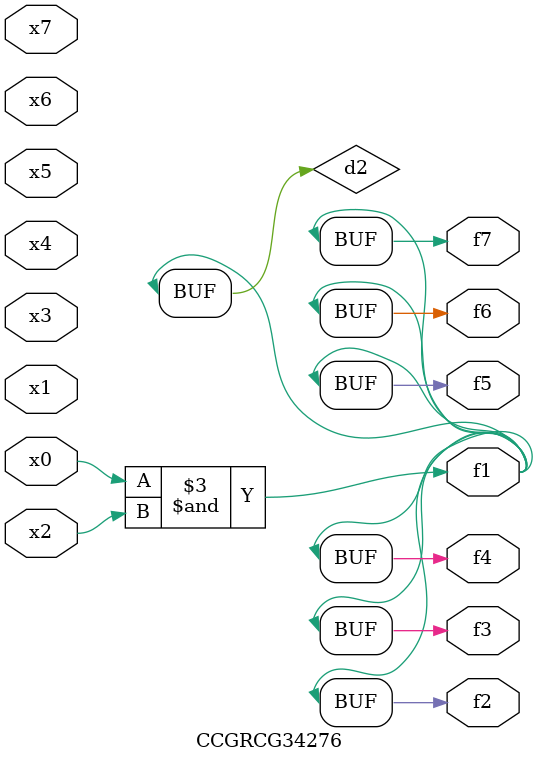
<source format=v>
module CCGRCG34276(
	input x0, x1, x2, x3, x4, x5, x6, x7,
	output f1, f2, f3, f4, f5, f6, f7
);

	wire d1, d2;

	nor (d1, x3, x6);
	and (d2, x0, x2);
	assign f1 = d2;
	assign f2 = d2;
	assign f3 = d2;
	assign f4 = d2;
	assign f5 = d2;
	assign f6 = d2;
	assign f7 = d2;
endmodule

</source>
